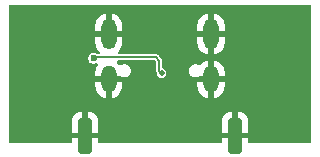
<source format=gbr>
%TF.GenerationSoftware,KiCad,Pcbnew,9.0.7*%
%TF.CreationDate,2026-02-26T13:23:17-05:00*%
%TF.ProjectId,Mag Charger Adapter,4d616720-4368-4617-9267-657220416461,X1*%
%TF.SameCoordinates,Original*%
%TF.FileFunction,Copper,L2,Bot*%
%TF.FilePolarity,Positive*%
%FSLAX46Y46*%
G04 Gerber Fmt 4.6, Leading zero omitted, Abs format (unit mm)*
G04 Created by KiCad (PCBNEW 9.0.7) date 2026-02-26 13:23:17*
%MOMM*%
%LPD*%
G01*
G04 APERTURE LIST*
G04 Aperture macros list*
%AMRoundRect*
0 Rectangle with rounded corners*
0 $1 Rounding radius*
0 $2 $3 $4 $5 $6 $7 $8 $9 X,Y pos of 4 corners*
0 Add a 4 corners polygon primitive as box body*
4,1,4,$2,$3,$4,$5,$6,$7,$8,$9,$2,$3,0*
0 Add four circle primitives for the rounded corners*
1,1,$1+$1,$2,$3*
1,1,$1+$1,$4,$5*
1,1,$1+$1,$6,$7*
1,1,$1+$1,$8,$9*
0 Add four rect primitives between the rounded corners*
20,1,$1+$1,$2,$3,$4,$5,0*
20,1,$1+$1,$4,$5,$6,$7,0*
20,1,$1+$1,$6,$7,$8,$9,0*
20,1,$1+$1,$8,$9,$2,$3,0*%
G04 Aperture macros list end*
%TA.AperFunction,ComponentPad*%
%ADD10O,1.295400X2.590800*%
%TD*%
%TA.AperFunction,ComponentPad*%
%ADD11O,1.295400X2.311400*%
%TD*%
%TA.AperFunction,CastellatedPad*%
%ADD12RoundRect,0.250000X-0.350000X-1.250000X0.350000X-1.250000X0.350000X1.250000X-0.350000X1.250000X0*%
%TD*%
%TA.AperFunction,ViaPad*%
%ADD13C,0.500000*%
%TD*%
%TA.AperFunction,ViaPad*%
%ADD14C,0.600000*%
%TD*%
%TA.AperFunction,Conductor*%
%ADD15C,0.200000*%
%TD*%
G04 APERTURE END LIST*
D10*
%TO.P,J2,12,GND*%
%TO.N,GND*%
X158770032Y-136400589D03*
D11*
X158770002Y-140220589D03*
X150129998Y-140220589D03*
D10*
X150129968Y-136400589D03*
%TD*%
D12*
%TO.P,J1,2,Pin_2*%
%TO.N,GND*%
X148095000Y-144985500D03*
%TO.P,J1,7,Pin_7*%
X160795000Y-144985500D03*
%TD*%
D13*
%TO.N,/USB_DP*%
X154584400Y-139700000D03*
D14*
X148842557Y-138458727D03*
%TD*%
D15*
%TO.N,/USB_DP*%
X148842557Y-138458727D02*
X149043873Y-138458727D01*
X149043873Y-138458727D02*
X149152600Y-138350000D01*
X154406600Y-139522200D02*
X154584400Y-139700000D01*
X154123400Y-138350000D02*
X154406600Y-138633200D01*
X154406600Y-138633200D02*
X154406600Y-139522200D01*
X149152600Y-138350000D02*
X154123400Y-138350000D01*
%TD*%
%TA.AperFunction,Conductor*%
%TO.N,GND*%
G36*
X167197796Y-133919685D02*
G01*
X167243551Y-133972489D01*
X167254756Y-134024002D01*
X167254546Y-143735500D01*
X167254507Y-145511003D01*
X167234821Y-145578042D01*
X167182016Y-145623795D01*
X167130507Y-145635000D01*
X162019000Y-145635000D01*
X161951961Y-145615315D01*
X161906206Y-145562511D01*
X161895000Y-145511000D01*
X161895000Y-145235500D01*
X161195000Y-145235500D01*
X161195000Y-144735500D01*
X161894999Y-144735500D01*
X161894999Y-143685528D01*
X161894998Y-143685513D01*
X161884505Y-143582802D01*
X161829358Y-143416380D01*
X161829356Y-143416375D01*
X161737315Y-143267154D01*
X161613345Y-143143184D01*
X161464124Y-143051143D01*
X161464119Y-143051141D01*
X161297697Y-142995994D01*
X161297690Y-142995993D01*
X161194986Y-142985500D01*
X161045000Y-142985500D01*
X161045000Y-143819814D01*
X161040606Y-143815420D01*
X160949394Y-143762759D01*
X160847661Y-143735500D01*
X160742339Y-143735500D01*
X160640606Y-143762759D01*
X160549394Y-143815420D01*
X160545000Y-143819814D01*
X160545000Y-142985500D01*
X160395027Y-142985500D01*
X160395012Y-142985501D01*
X160292302Y-142995994D01*
X160125880Y-143051141D01*
X160125875Y-143051143D01*
X159976654Y-143143184D01*
X159852684Y-143267154D01*
X159760643Y-143416375D01*
X159760641Y-143416380D01*
X159705494Y-143582802D01*
X159705493Y-143582809D01*
X159695000Y-143685513D01*
X159695000Y-144735500D01*
X160395000Y-144735500D01*
X160395000Y-145235500D01*
X159695001Y-145235500D01*
X159695001Y-145511000D01*
X159675316Y-145578039D01*
X159622512Y-145623794D01*
X159571001Y-145635000D01*
X149319000Y-145635000D01*
X149251961Y-145615315D01*
X149206206Y-145562511D01*
X149195000Y-145511000D01*
X149195000Y-145235500D01*
X148495000Y-145235500D01*
X148495000Y-144735500D01*
X149194999Y-144735500D01*
X149194999Y-143685529D01*
X149194998Y-143685512D01*
X149184505Y-143582802D01*
X149129358Y-143416380D01*
X149129356Y-143416375D01*
X149037315Y-143267154D01*
X148913345Y-143143184D01*
X148764124Y-143051143D01*
X148764119Y-143051141D01*
X148597697Y-142995994D01*
X148597690Y-142995993D01*
X148494986Y-142985500D01*
X148345000Y-142985500D01*
X148345000Y-143819814D01*
X148340606Y-143815420D01*
X148249394Y-143762759D01*
X148147661Y-143735500D01*
X148042339Y-143735500D01*
X147940606Y-143762759D01*
X147849394Y-143815420D01*
X147845000Y-143819814D01*
X147845000Y-142985500D01*
X147695027Y-142985500D01*
X147695012Y-142985501D01*
X147592302Y-142995994D01*
X147425880Y-143051141D01*
X147425875Y-143051143D01*
X147276654Y-143143184D01*
X147152684Y-143267154D01*
X147060643Y-143416375D01*
X147060641Y-143416380D01*
X147005494Y-143582802D01*
X147005493Y-143582809D01*
X146995000Y-143685513D01*
X146995000Y-144735500D01*
X147695000Y-144735500D01*
X147695000Y-145235500D01*
X146995001Y-145235500D01*
X146995001Y-145511000D01*
X146975316Y-145578039D01*
X146922512Y-145623794D01*
X146871001Y-145635000D01*
X141779507Y-145635000D01*
X141712468Y-145615315D01*
X141666713Y-145562511D01*
X141655507Y-145510997D01*
X141655547Y-143682361D01*
X141655618Y-140419224D01*
X141655662Y-138399102D01*
X148389657Y-138399102D01*
X148389657Y-138518351D01*
X148420521Y-138633541D01*
X148437663Y-138663231D01*
X148480147Y-138736814D01*
X148564470Y-138821137D01*
X148630504Y-138859262D01*
X148659040Y-138875738D01*
X148667744Y-138880763D01*
X148782932Y-138911627D01*
X148782934Y-138911627D01*
X148902180Y-138911627D01*
X148902182Y-138911627D01*
X149017370Y-138880763D01*
X149026073Y-138875737D01*
X149093972Y-138859262D01*
X149160000Y-138882111D01*
X149203193Y-138937030D01*
X149209838Y-139006583D01*
X149188397Y-139056006D01*
X149148398Y-139111060D01*
X149066384Y-139272022D01*
X149010557Y-139443838D01*
X148982298Y-139622257D01*
X148982298Y-139970589D01*
X149825198Y-139970589D01*
X149825198Y-140470589D01*
X148982298Y-140470589D01*
X148982298Y-140818920D01*
X149010557Y-140997339D01*
X149066384Y-141169155D01*
X149148397Y-141330115D01*
X149254583Y-141476267D01*
X149382319Y-141604003D01*
X149528471Y-141710189D01*
X149689429Y-141792202D01*
X149861245Y-141848029D01*
X149879997Y-141850999D01*
X149879998Y-141850998D01*
X149879998Y-140892476D01*
X149886097Y-140903041D01*
X149942846Y-140959790D01*
X150012350Y-140999917D01*
X150089870Y-141020689D01*
X150170126Y-141020689D01*
X150247646Y-140999917D01*
X150317150Y-140959790D01*
X150373899Y-140903041D01*
X150379998Y-140892476D01*
X150379998Y-141850999D01*
X150398750Y-141848029D01*
X150570566Y-141792202D01*
X150731524Y-141710189D01*
X150877676Y-141604003D01*
X151005412Y-141476267D01*
X151111598Y-141330115D01*
X151193611Y-141169155D01*
X151249438Y-140997339D01*
X151277698Y-140818920D01*
X151277698Y-140470589D01*
X150434798Y-140470589D01*
X150434798Y-139970589D01*
X151105722Y-139970589D01*
X151167722Y-139987201D01*
X151221362Y-140018171D01*
X151362593Y-140056013D01*
X151362595Y-140056013D01*
X151508805Y-140056013D01*
X151508807Y-140056013D01*
X151650038Y-140018171D01*
X151776662Y-139945064D01*
X151880051Y-139841675D01*
X151953158Y-139715051D01*
X151991000Y-139573820D01*
X151991000Y-139427606D01*
X151953158Y-139286375D01*
X151880051Y-139159751D01*
X151776662Y-139056362D01*
X151706163Y-139015659D01*
X151650039Y-138983255D01*
X151579422Y-138964334D01*
X151508807Y-138945413D01*
X151362593Y-138945413D01*
X151221358Y-138983256D01*
X151175309Y-139009843D01*
X151107409Y-139026316D01*
X151041382Y-139003463D01*
X151025851Y-138990360D01*
X150849401Y-138814804D01*
X150837016Y-138792259D01*
X150821307Y-138771887D01*
X150820469Y-138762139D01*
X150815760Y-138753566D01*
X150817530Y-138727904D01*
X150815329Y-138702273D01*
X150819894Y-138693620D01*
X150820568Y-138683862D01*
X150835930Y-138663231D01*
X150847936Y-138640479D01*
X150856454Y-138635668D01*
X150862297Y-138627822D01*
X150886375Y-138618771D01*
X150908775Y-138606122D01*
X150924972Y-138604263D01*
X150927699Y-138603239D01*
X150929858Y-138603703D01*
X150936859Y-138602900D01*
X153967284Y-138602900D01*
X154034323Y-138622585D01*
X154054965Y-138639219D01*
X154117381Y-138701635D01*
X154150866Y-138762958D01*
X154153700Y-138789316D01*
X154153700Y-139471892D01*
X154153699Y-139471895D01*
X154153699Y-139572505D01*
X154169647Y-139611006D01*
X154178174Y-139631592D01*
X154180347Y-139647413D01*
X154179398Y-139653725D01*
X154181500Y-139664287D01*
X154181500Y-139753043D01*
X154205250Y-139841677D01*
X154208957Y-139855513D01*
X154208957Y-139855514D01*
X154260657Y-139945064D01*
X154261999Y-139947387D01*
X154337013Y-140022401D01*
X154428886Y-140075443D01*
X154531357Y-140102900D01*
X154531359Y-140102900D01*
X154637441Y-140102900D01*
X154637443Y-140102900D01*
X154739914Y-140075443D01*
X154831787Y-140022401D01*
X154906801Y-139947387D01*
X154959843Y-139855514D01*
X154987300Y-139753043D01*
X154987300Y-139646957D01*
X154959843Y-139544486D01*
X154923414Y-139481388D01*
X154906803Y-139452616D01*
X154906799Y-139452611D01*
X154881794Y-139427606D01*
X156894700Y-139427606D01*
X156894700Y-139573819D01*
X156932542Y-139715052D01*
X156954476Y-139753042D01*
X157005649Y-139841675D01*
X157109038Y-139945064D01*
X157235662Y-140018171D01*
X157376893Y-140056013D01*
X157376895Y-140056013D01*
X157523105Y-140056013D01*
X157523107Y-140056013D01*
X157664338Y-140018171D01*
X157717977Y-139987201D01*
X157779978Y-139970589D01*
X158465202Y-139970589D01*
X158465202Y-140470589D01*
X157622302Y-140470589D01*
X157622302Y-140818920D01*
X157650561Y-140997339D01*
X157706388Y-141169155D01*
X157788401Y-141330115D01*
X157894587Y-141476267D01*
X158022323Y-141604003D01*
X158168475Y-141710189D01*
X158329433Y-141792202D01*
X158501249Y-141848029D01*
X158520001Y-141850999D01*
X158520002Y-141850998D01*
X158520002Y-140892476D01*
X158526101Y-140903041D01*
X158582850Y-140959790D01*
X158652354Y-140999917D01*
X158729874Y-141020689D01*
X158810130Y-141020689D01*
X158887650Y-140999917D01*
X158957154Y-140959790D01*
X159013903Y-140903041D01*
X159020002Y-140892476D01*
X159020002Y-141850999D01*
X159038754Y-141848029D01*
X159210570Y-141792202D01*
X159371528Y-141710189D01*
X159517680Y-141604003D01*
X159645416Y-141476267D01*
X159751602Y-141330115D01*
X159833615Y-141169155D01*
X159889442Y-140997339D01*
X159917702Y-140818920D01*
X159917702Y-140470589D01*
X159074802Y-140470589D01*
X159074802Y-139970589D01*
X159917702Y-139970589D01*
X159917702Y-139622257D01*
X159889442Y-139443838D01*
X159833615Y-139272022D01*
X159751602Y-139111062D01*
X159645416Y-138964910D01*
X159517680Y-138837174D01*
X159371528Y-138730988D01*
X159210570Y-138648975D01*
X159038752Y-138593148D01*
X159020002Y-138590178D01*
X159020002Y-139548701D01*
X159013903Y-139538137D01*
X158957154Y-139481388D01*
X158887650Y-139441261D01*
X158810130Y-139420489D01*
X158729874Y-139420489D01*
X158652354Y-139441261D01*
X158582850Y-139481388D01*
X158526101Y-139538137D01*
X158520002Y-139548701D01*
X158520002Y-138590178D01*
X158520001Y-138590178D01*
X158501251Y-138593148D01*
X158329433Y-138648975D01*
X158168475Y-138730988D01*
X158022323Y-138837174D01*
X157894587Y-138964910D01*
X157894587Y-138964911D01*
X157882780Y-138981161D01*
X157827448Y-139023825D01*
X157757835Y-139029801D01*
X157720464Y-139015659D01*
X157664341Y-138983256D01*
X157664338Y-138983255D01*
X157523107Y-138945413D01*
X157376893Y-138945413D01*
X157235660Y-138983255D01*
X157109038Y-139056362D01*
X157109035Y-139056364D01*
X157005651Y-139159748D01*
X157005649Y-139159751D01*
X156932542Y-139286373D01*
X156894700Y-139427606D01*
X154881794Y-139427606D01*
X154831786Y-139377598D01*
X154739912Y-139324556D01*
X154736044Y-139322954D01*
X154733283Y-139320729D01*
X154732876Y-139320494D01*
X154732912Y-139320430D01*
X154681642Y-139279112D01*
X154659579Y-139212817D01*
X154659500Y-139208394D01*
X154659500Y-138705749D01*
X154659500Y-138683507D01*
X154659501Y-138683505D01*
X154659501Y-138582895D01*
X154643552Y-138544393D01*
X154620999Y-138489943D01*
X154549857Y-138418801D01*
X154542796Y-138411740D01*
X154542781Y-138411727D01*
X154354440Y-138223386D01*
X154337800Y-138206746D01*
X154337799Y-138206743D01*
X154266657Y-138135601D01*
X154212206Y-138113047D01*
X154198026Y-138107173D01*
X154173707Y-138097099D01*
X154173705Y-138097099D01*
X154073095Y-138097099D01*
X154058661Y-138097099D01*
X154058653Y-138097100D01*
X151003612Y-138097100D01*
X150936573Y-138077415D01*
X150890818Y-138024611D01*
X150880874Y-137955453D01*
X150909899Y-137891897D01*
X150915931Y-137885419D01*
X151005382Y-137795967D01*
X151111568Y-137649815D01*
X151193581Y-137488855D01*
X151249408Y-137317039D01*
X151277668Y-137138620D01*
X151277668Y-136650589D01*
X150434768Y-136650589D01*
X150434768Y-136150589D01*
X151277668Y-136150589D01*
X151277668Y-135662557D01*
X157622332Y-135662557D01*
X157622332Y-136150589D01*
X158465232Y-136150589D01*
X158465232Y-136650589D01*
X157622332Y-136650589D01*
X157622332Y-137138620D01*
X157650591Y-137317039D01*
X157706418Y-137488855D01*
X157788431Y-137649815D01*
X157894617Y-137795967D01*
X158022353Y-137923703D01*
X158168505Y-138029889D01*
X158329463Y-138111902D01*
X158501279Y-138167729D01*
X158520031Y-138170699D01*
X158520032Y-138170698D01*
X158520032Y-137224876D01*
X158526131Y-137235441D01*
X158582880Y-137292190D01*
X158652384Y-137332317D01*
X158729904Y-137353089D01*
X158810160Y-137353089D01*
X158887680Y-137332317D01*
X158957184Y-137292190D01*
X159013933Y-137235441D01*
X159020032Y-137224876D01*
X159020032Y-138170699D01*
X159038784Y-138167729D01*
X159210600Y-138111902D01*
X159371558Y-138029889D01*
X159517710Y-137923703D01*
X159645446Y-137795967D01*
X159751632Y-137649815D01*
X159833645Y-137488855D01*
X159889472Y-137317039D01*
X159917732Y-137138620D01*
X159917732Y-136650589D01*
X159074832Y-136650589D01*
X159074832Y-136150589D01*
X159917732Y-136150589D01*
X159917732Y-135662557D01*
X159889472Y-135484138D01*
X159833645Y-135312322D01*
X159751632Y-135151362D01*
X159645446Y-135005210D01*
X159517710Y-134877474D01*
X159371558Y-134771288D01*
X159210600Y-134689275D01*
X159038782Y-134633448D01*
X159020032Y-134630478D01*
X159020032Y-135576301D01*
X159013933Y-135565737D01*
X158957184Y-135508988D01*
X158887680Y-135468861D01*
X158810160Y-135448089D01*
X158729904Y-135448089D01*
X158652384Y-135468861D01*
X158582880Y-135508988D01*
X158526131Y-135565737D01*
X158520032Y-135576301D01*
X158520032Y-134630478D01*
X158520031Y-134630478D01*
X158501281Y-134633448D01*
X158329463Y-134689275D01*
X158168505Y-134771288D01*
X158022353Y-134877474D01*
X157894617Y-135005210D01*
X157788431Y-135151362D01*
X157706418Y-135312322D01*
X157650591Y-135484138D01*
X157622332Y-135662557D01*
X151277668Y-135662557D01*
X151249408Y-135484138D01*
X151193581Y-135312322D01*
X151111568Y-135151362D01*
X151005382Y-135005210D01*
X150877646Y-134877474D01*
X150731494Y-134771288D01*
X150570536Y-134689275D01*
X150398718Y-134633448D01*
X150379968Y-134630478D01*
X150379968Y-135576301D01*
X150373869Y-135565737D01*
X150317120Y-135508988D01*
X150247616Y-135468861D01*
X150170096Y-135448089D01*
X150089840Y-135448089D01*
X150012320Y-135468861D01*
X149942816Y-135508988D01*
X149886067Y-135565737D01*
X149879968Y-135576301D01*
X149879968Y-134630478D01*
X149879967Y-134630478D01*
X149861217Y-134633448D01*
X149689399Y-134689275D01*
X149528441Y-134771288D01*
X149382289Y-134877474D01*
X149254553Y-135005210D01*
X149148367Y-135151362D01*
X149066354Y-135312322D01*
X149010527Y-135484138D01*
X148982268Y-135662557D01*
X148982268Y-136150589D01*
X149825168Y-136150589D01*
X149825168Y-136650589D01*
X148982268Y-136650589D01*
X148982268Y-137138620D01*
X149010527Y-137317039D01*
X149066354Y-137488855D01*
X149148367Y-137649815D01*
X149254553Y-137795967D01*
X149344005Y-137885419D01*
X149354617Y-137904855D01*
X149369118Y-137921589D01*
X149371034Y-137934920D01*
X149377490Y-137946742D01*
X149375910Y-137968828D01*
X149379062Y-137990747D01*
X149373466Y-138002998D01*
X149372506Y-138016434D01*
X149359235Y-138034160D01*
X149350037Y-138054303D01*
X149338705Y-138061585D01*
X149330634Y-138072367D01*
X149309888Y-138080104D01*
X149291259Y-138092077D01*
X149269340Y-138095228D01*
X149265170Y-138096784D01*
X149256324Y-138097100D01*
X149217347Y-138097100D01*
X149217339Y-138097099D01*
X149202905Y-138097099D01*
X149155225Y-138097099D01*
X149093224Y-138080486D01*
X149092562Y-138080104D01*
X149047875Y-138054303D01*
X149017371Y-138036691D01*
X148959776Y-138021259D01*
X148902182Y-138005827D01*
X148782932Y-138005827D01*
X148667742Y-138036691D01*
X148564470Y-138096317D01*
X148564467Y-138096319D01*
X148480149Y-138180637D01*
X148480147Y-138180640D01*
X148420521Y-138283912D01*
X148389657Y-138399102D01*
X141655662Y-138399102D01*
X141655662Y-138390972D01*
X141655700Y-136650589D01*
X141655757Y-134023997D01*
X141675443Y-133956958D01*
X141728248Y-133911204D01*
X141779757Y-133900000D01*
X167130757Y-133900000D01*
X167197796Y-133919685D01*
G37*
%TD.AperFunction*%
%TD*%
M02*

</source>
